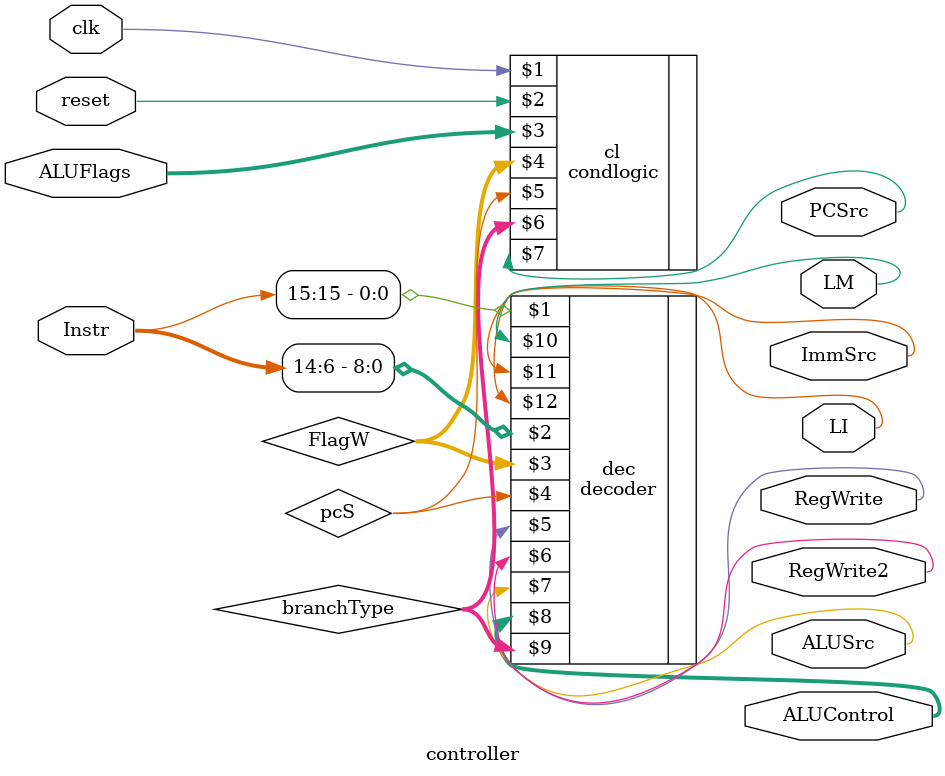
<source format=v>
`timescale 1ns / 1ps

module controller(
	 input clk, reset,
	 input [15:0] Instr,
	 input [3:0] ALUFlags,
	 output RegWrite, RegWrite2,
	 output ALUSrc,
	 output [4:0] ALUControl,
	 output PCSrc,
	 output LM,
	 output ImmSrc,
	 output LI); 
 
	wire pcS;
	wire [1:0] FlagW;
	wire [2:0] branchType;

	decoder dec(Instr[15], Instr[14:6], FlagW, pcS, RegWrite, RegWrite2, ALUSrc,  ALUControl, branchType, LM, ImmSrc, LI);

	condlogic cl(clk, reset, ALUFlags, FlagW, pcS, branchType, PCSrc);

endmodule

</source>
